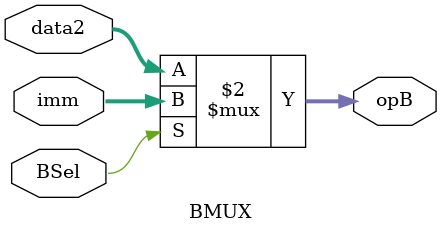
<source format=v>
`timescale 1ns / 1ps


module BMUX(
    input  wire [31:0] data2,
    input  wire [31:0] imm,
    input  wire        BSel,
    output reg  [31:0] opB
    );
    
    always @(*)
    begin
        opB = BSel ? imm : data2;
    end
    
endmodule

</source>
